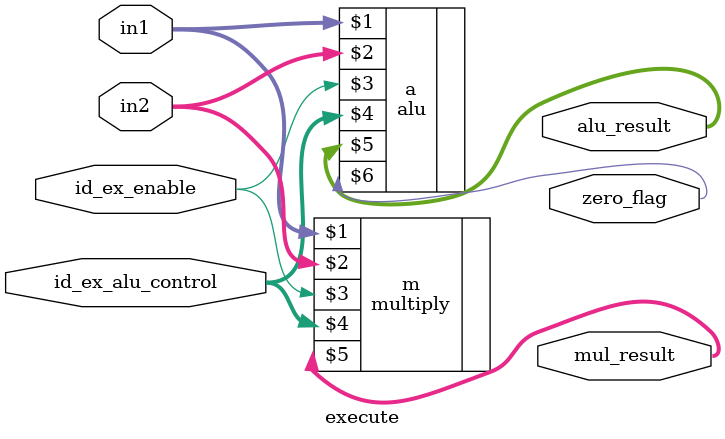
<source format=v>
`timescale 1ns / 1ps


module execute(input [31:0] in1,in2, 
input id_ex_enable,
input[3:0] id_ex_alu_control,

output  [31:0] alu_result,
output  [31:0] mul_result,
    output  zero_flag
    );
    
alu a (in1,in2,id_ex_enable,id_ex_alu_control,alu_result,zero_flag);
multiply m(in1,in2,id_ex_enable,id_ex_alu_control,mul_result);
endmodule




</source>
